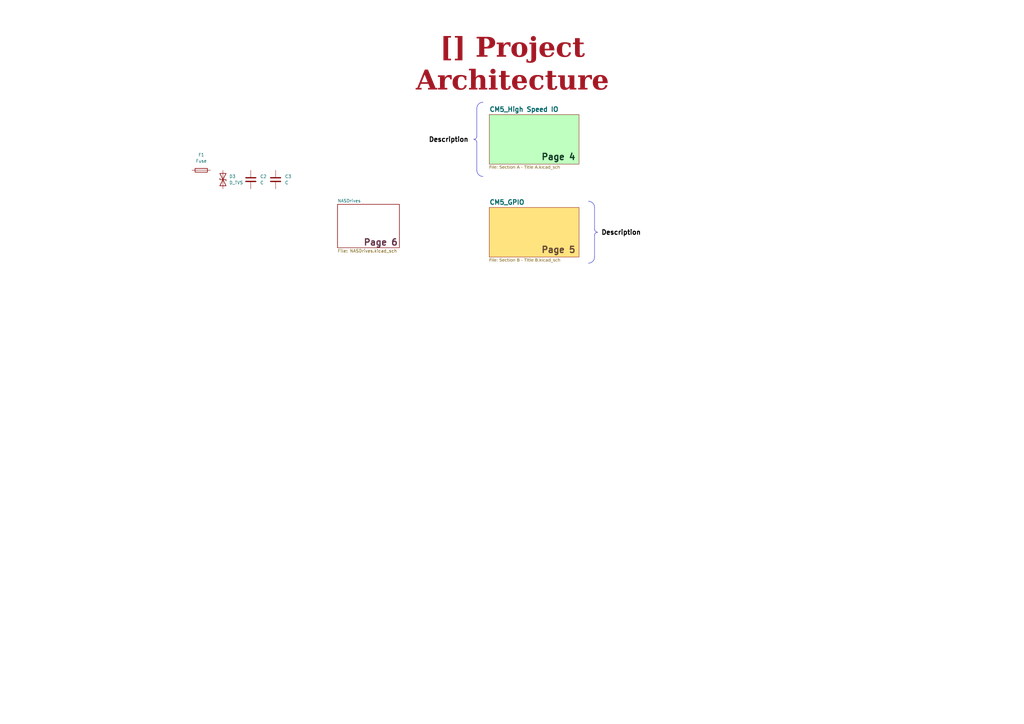
<source format=kicad_sch>
(kicad_sch (version 20250114) (generator "eeschema") (generator_version "9.0")
  (paper "A3")
  (title_block (title "Project Architecture") (date "Last Modified Date") (rev "${REVISION}") (company "${COMPANY}"))
  (lib_symbols
    (symbol "Device:C" (pin_numbers (hide yes)) (pin_names (offset 0.254))
      (property "Reference" "C" (at 0.635 2.54 0))
      (property "Value" "C" (at 0.635 -2.54 0))
      (symbol "C_0_1"
        (polyline (pts (xy -2.032 0.762) (xy 2.032 0.762)) (stroke (width 0.508)))
        (polyline (pts (xy -2.032 -0.762) (xy 2.032 -0.762)) (stroke (width 0.508)))
      )
      (symbol "C_1_1"
        (pin passive line (at 0 3.81 270) (length 2.794) (name "~") (number "1"))
        (pin passive line (at 0 -3.81 90) (length 2.794) (name "~") (number "2"))
      )
    )
    (symbol "Device:D_TVS" (pin_numbers (hide yes)) (pin_names (offset 1.016) (hide yes))
      (property "Reference" "D" (at 0 2.54 0))
      (property "Value" "D_TVS" (at 0 -2.54 0))
      (symbol "D_TVS_0_1"
        (polyline (pts (xy -2.54 1.27) (xy -2.54 -1.27) (xy 2.54 1.27) (xy 2.54 -1.27) (xy -2.54 1.27)) (stroke (width 0.254)))
        (polyline (pts (xy 0.508 1.27) (xy 0 1.27) (xy 0 -1.27) (xy -0.508 -1.27)) (stroke (width 0.254)))
        (polyline (pts (xy 1.27 0) (xy -1.27 0)))
      )
      (symbol "D_TVS_1_1"
        (pin passive line (at -3.81 0 0) (length 2.54) (name "A1") (number "1"))
        (pin passive line (at 3.81 0 180) (length 2.54) (name "A2") (number "2"))
      )
    )
    (symbol "Device:Fuse" (pin_numbers (hide yes)) (pin_names (offset 0))
      (property "Reference" "F" (at 2.032 0 90))
      (property "Value" "Fuse" (at -1.905 0 90))
      (symbol "Fuse_0_1"
        (rectangle (start -0.762 -2.54) (end 0.762 2.54) (stroke (width 0.254)))
        (polyline (pts (xy 0 2.54) (xy 0 -2.54)))
      )
      (symbol "Fuse_1_1"
        (pin passive line (at 0 3.81 270) (length 1.27) (name "~") (number "1"))
        (pin passive line (at 0 -3.81 90) (length 1.27) (name "~") (number "2"))
      )
    )
  )
  (arc (start 243.86 96.5) (mid 244.2349 95.6049) (end 245.13 95.23))
  (arc (start 195.58 55.88) (mid 195.2051 56.7751) (end 194.31 57.15))
  (arc (start 241.32 82.53) (mid 243.1102 83.2798) (end 243.86 85.07))
  (arc (start 194.31 57.15) (mid 195.2051 57.5249) (end 195.58 58.42))
  (arc (start 243.86 105.39) (mid 243.1161 107.1861) (end 241.32 107.93))
  (arc (start 245.13 95.23) (mid 244.2349 94.8551) (end 243.86 93.96))
  (arc (start 195.58 44.45) (mid 196.3239 42.6539) (end 198.12 41.91))
  (arc (start 198.12 72.39) (mid 196.3298 71.6402) (end 195.58 69.85))
  (text "Page 6" (at 163.322 101.092 0) (effects (font (size 2.54 2.54) (bold yes)) (justify right bottom)))
  (text "Page 4" (at 236.22 66.04 0) (effects (font (size 2.54 2.54) (bold yes)) (justify right bottom)))
  (text "Page 5" (at 236.22 104.14 0) (effects (font (size 2.54 2.54) (bold yes)) (justify right bottom)))
  (text_box "Description" (at 176.53 54.61 0) (size 17.145 5.08) (margins 1.4287 1.4287 1.4287 1.4287) (stroke (width -0.0001)) (effects (font (size 1.905 1.905) (thickness 0.381) (bold yes)) (justify right top)))
  (text_box "[${#}] ${TITLE}" (at 144.78 20.32 0) (size 130.81 12.7) (margins 5.9999 5.9999 5.9999 5.9999) (stroke (width -0.0001)) (effects (font (size 8 8) (thickness 1.2) (bold yes))))
  (text_box "Description" (at 245.11 92.71 0) (size 26.015 5.1) (margins 1.4287 1.4287 1.4287 1.4287) (stroke (width -0.0001)) (effects (font (size 1.905 1.905) (thickness 0.381) (bold yes)) (justify left top)))
  (polyline (pts (xy 195.58 58.42) (xy 195.58 69.85)))
  (polyline (pts (xy 195.58 55.88) (xy 195.58 44.45)))
  (polyline (pts (xy 243.84 85.09) (xy 243.84 93.98)))
  (polyline (pts (xy 243.84 96.52) (xy 243.84 105.41)))
  (symbol (lib_id "Device:Fuse") (at 82.55 69.85 90) (unit 1)
    (property "Reference" "F1" (at 82.55 63.5 90))
    (property "Value" "Fuse" (at 82.55 66.04 90))
    (property "Description" "Fuse" (effects (hide yes)))
  )
  (symbol (lib_id "Device:C") (at 102.87 73.66 0) (unit 1)
    (property "Reference" "C2" (at 106.68 72.3899 0) (effects (justify left)))
    (property "Value" "C" (at 106.68 74.9299 0) (effects (justify left)))
    (property "Description" "Unpolarized capacitor" (effects (hide yes)))
  )
  (symbol (lib_id "Device:D_TVS") (at 91.44 73.66 90) (unit 1)
    (property "Reference" "D3" (at 93.98 72.3899 90) (effects (justify right)))
    (property "Value" "D_TVS" (at 93.98 74.9299 90) (effects (justify right)))
    (property "Description" "Bidirectional transient-voltage-suppression diode" (effects (hide yes)))
  )
  (symbol (lib_id "Device:C") (at 113.03 73.66 0) (unit 1)
    (property "Reference" "C3" (at 116.84 72.3899 0) (effects (justify left)))
    (property "Value" "C" (at 116.84 74.9299 0) (effects (justify left)))
    (property "Description" "Unpolarized capacitor" (effects (hide yes)))
  )
  (sheet (at 200.66 46.99) (size 36.83 20.32) (stroke (width 0.1524)) (fill (color 128 255 128 0.5000))
    (property "Sheetname" "CM5_High Speed IO" (at 200.66 45.9609 0) (effects (font (size 1.905 1.905) (bold yes)) (justify left bottom)))
    (property "Sheetfile" "Section A - Title A.kicad_sch" (at 200.66 67.8946 0) (effects (justify left top)))
  )
  (sheet (at 200.66 85.09) (size 36.83 20.32) (stroke (width 0.1524)) (fill (color 255 200 0 0.5020))
    (property "Sheetname" "CM5_GPIO" (at 200.66 84.0609 0) (effects (font (size 1.905 1.905) (bold yes)) (justify left bottom)))
    (property "Sheetfile" "Section B - TItle B.kicad_sch" (at 200.66 105.9946 0) (effects (justify left top)))
  )
  (sheet (at 138.43 83.82) (size 25.4 17.78) (stroke (width 0.1524))
    (property "Sheetname" "NASDrives" (at 138.43 83.1084 0) (effects (justify left bottom)))
    (property "Sheetfile" "NASDrives.kicad_sch" (at 138.43 102.1846 0) (effects (justify left top)))
  )
)
</source>
